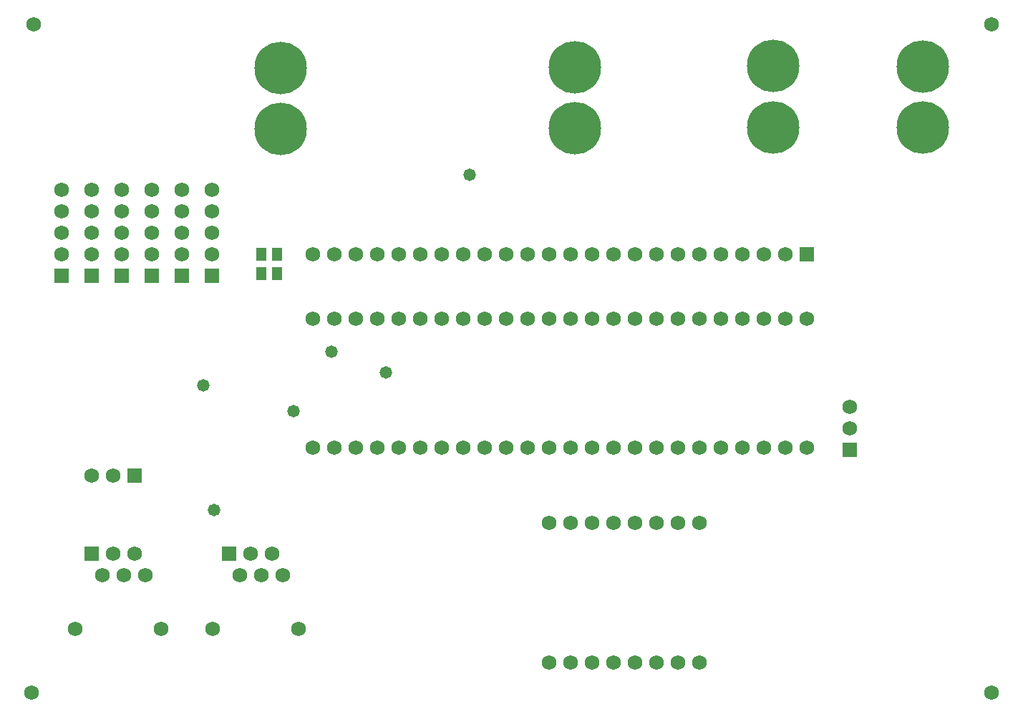
<source format=gbs>
G04*
G04 #@! TF.GenerationSoftware,Altium Limited,Altium Designer,19.1.8 (144)*
G04*
G04 Layer_Color=16711935*
%FSLAX25Y25*%
%MOIN*%
G70*
G01*
G75*
%ADD30R,0.04934X0.05918*%
%ADD34C,0.06800*%
%ADD35R,0.06800X0.06800*%
%ADD36C,0.24422*%
%ADD37R,0.06800X0.06800*%
%ADD38C,0.05800*%
D30*
X129283Y217000D02*
D03*
X122000D02*
D03*
X129283Y208000D02*
D03*
X122000D02*
D03*
D34*
X145858Y127142D02*
D03*
X155858D02*
D03*
X165858D02*
D03*
X175858D02*
D03*
X185858D02*
D03*
X195858D02*
D03*
X205858D02*
D03*
X215858D02*
D03*
X225858D02*
D03*
X235858D02*
D03*
X245858D02*
D03*
X255858D02*
D03*
X265858D02*
D03*
X275858D02*
D03*
Y187142D02*
D03*
X265858D02*
D03*
X255858D02*
D03*
X245858D02*
D03*
X235858D02*
D03*
X225858D02*
D03*
X215858D02*
D03*
X205858D02*
D03*
X195858D02*
D03*
X185858D02*
D03*
X175858D02*
D03*
X295858Y127142D02*
D03*
X305858D02*
D03*
X315858D02*
D03*
X325858D02*
D03*
X335858D02*
D03*
X345858D02*
D03*
X355858D02*
D03*
X365858D02*
D03*
X375858D02*
D03*
Y187142D02*
D03*
X365858D02*
D03*
X355858D02*
D03*
X345858D02*
D03*
X335858D02*
D03*
X325858D02*
D03*
X315858D02*
D03*
X285858Y127142D02*
D03*
X165858Y187142D02*
D03*
X155858D02*
D03*
X145858D02*
D03*
X285858D02*
D03*
X295858D02*
D03*
X305858D02*
D03*
X265858Y27142D02*
D03*
X255858D02*
D03*
X265858Y92142D02*
D03*
X255858D02*
D03*
X285858Y27142D02*
D03*
X275858D02*
D03*
X285858Y92142D02*
D03*
X275858D02*
D03*
X305858Y27142D02*
D03*
X295858D02*
D03*
X305858Y92142D02*
D03*
X295858D02*
D03*
X315858D02*
D03*
X325858D02*
D03*
X315858Y27142D02*
D03*
X325858D02*
D03*
X396000Y146000D02*
D03*
Y136000D02*
D03*
X29000Y247000D02*
D03*
Y217000D02*
D03*
Y227000D02*
D03*
Y237000D02*
D03*
X43000Y247000D02*
D03*
Y217000D02*
D03*
Y227000D02*
D03*
Y237000D02*
D03*
X57000Y247000D02*
D03*
Y217000D02*
D03*
Y227000D02*
D03*
Y237000D02*
D03*
X71000Y247000D02*
D03*
Y217000D02*
D03*
Y227000D02*
D03*
Y237000D02*
D03*
X85000Y247000D02*
D03*
Y217000D02*
D03*
Y227000D02*
D03*
Y237000D02*
D03*
X99000Y247000D02*
D03*
Y217000D02*
D03*
Y227000D02*
D03*
Y237000D02*
D03*
X67858Y67642D02*
D03*
X57858D02*
D03*
X47858D02*
D03*
X62858Y77642D02*
D03*
X52858D02*
D03*
X75358Y42642D02*
D03*
X35358D02*
D03*
X131858Y67642D02*
D03*
X121858D02*
D03*
X111858D02*
D03*
X126858Y77642D02*
D03*
X116858D02*
D03*
X139358Y42642D02*
D03*
X99358D02*
D03*
X155858Y217142D02*
D03*
X165858D02*
D03*
X175858D02*
D03*
X185858D02*
D03*
X225858D02*
D03*
X215858D02*
D03*
X205858D02*
D03*
X195858D02*
D03*
X265858D02*
D03*
X255858D02*
D03*
X245858D02*
D03*
X235858D02*
D03*
X305858D02*
D03*
X295858D02*
D03*
X285858D02*
D03*
X275858D02*
D03*
X345858D02*
D03*
X355858D02*
D03*
X365858D02*
D03*
X315858D02*
D03*
X325858D02*
D03*
X335858D02*
D03*
X145858D02*
D03*
X43000Y114000D02*
D03*
X53000D02*
D03*
X462000Y324000D02*
D03*
Y13000D02*
D03*
X15000D02*
D03*
X16000Y324000D02*
D03*
D35*
X396000Y126000D02*
D03*
X29000Y207000D02*
D03*
X43000D02*
D03*
X57000D02*
D03*
X71000D02*
D03*
X85000D02*
D03*
X99000D02*
D03*
D36*
X430000Y276000D02*
D03*
Y304346D02*
D03*
X360358Y276142D02*
D03*
Y304488D02*
D03*
X130878Y275295D02*
D03*
Y303642D02*
D03*
X267878Y275795D02*
D03*
Y304142D02*
D03*
D37*
X42858Y77642D02*
D03*
X106858D02*
D03*
X375858Y217142D02*
D03*
X63000Y114000D02*
D03*
D38*
X137000Y144000D02*
D03*
X95000Y156000D02*
D03*
X180000Y162000D02*
D03*
X100000Y98000D02*
D03*
X154500Y171500D02*
D03*
X219000Y254000D02*
D03*
M02*

</source>
